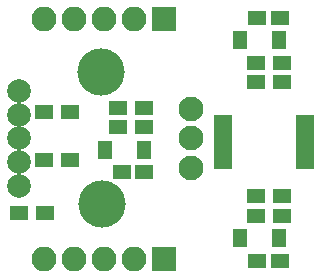
<source format=gbr>
G04 #@! TF.FileFunction,Soldermask,Bot*
%FSLAX46Y46*%
G04 Gerber Fmt 4.6, Leading zero omitted, Abs format (unit mm)*
G04 Created by KiCad (PCBNEW 4.0.6) date 11/25/17 14:25:30*
%MOMM*%
%LPD*%
G01*
G04 APERTURE LIST*
%ADD10C,0.100000*%
%ADD11R,1.300000X1.600000*%
%ADD12C,2.000000*%
%ADD13C,2.100000*%
%ADD14C,4.000000*%
%ADD15R,2.100000X2.100000*%
%ADD16O,2.100000X2.100000*%
%ADD17R,1.600000X0.800000*%
%ADD18R,1.600000X1.300000*%
%ADD19R,1.600000X1.150000*%
G04 APERTURE END LIST*
D10*
D11*
X113950600Y-103715400D03*
X117250600Y-103715400D03*
D12*
X106694600Y-100762900D03*
X106694600Y-104762900D03*
D13*
X121194600Y-102762900D03*
D14*
X113694600Y-108362900D03*
D13*
X121194600Y-105262900D03*
X121194600Y-100262900D03*
D12*
X106694600Y-102762900D03*
X106694600Y-98762900D03*
X106694600Y-106762900D03*
D14*
X113594600Y-97162900D03*
D15*
X118901600Y-92666400D03*
D16*
X116361600Y-92666400D03*
X113821600Y-92666400D03*
X111281600Y-92666400D03*
X108741600Y-92666400D03*
D17*
X123960600Y-105030400D03*
X123960600Y-104380400D03*
X123960600Y-103730400D03*
X123960600Y-103080400D03*
X123960600Y-102430400D03*
X123960600Y-101780400D03*
X123960600Y-101130400D03*
X130860600Y-101130400D03*
X130860600Y-101780400D03*
X130860600Y-102430400D03*
X130860600Y-103080400D03*
X130860600Y-103730400D03*
X130860600Y-104380400D03*
X130860600Y-105030400D03*
D18*
X126691600Y-96349400D03*
X128891600Y-96349400D03*
X126691600Y-98000400D03*
X128891600Y-98000400D03*
D19*
X128741600Y-92539400D03*
X126841600Y-92539400D03*
D11*
X128679600Y-94444400D03*
X125379600Y-94444400D03*
X128679600Y-111208400D03*
X125379600Y-111208400D03*
D18*
X126691600Y-109303400D03*
X128891600Y-109303400D03*
D19*
X128741600Y-113113400D03*
X126841600Y-113113400D03*
X115350600Y-105620400D03*
X117250600Y-105620400D03*
D18*
X126691600Y-107652400D03*
X128891600Y-107652400D03*
X115050600Y-101810400D03*
X117250600Y-101810400D03*
X115050600Y-100159400D03*
X117250600Y-100159400D03*
X110984600Y-100540400D03*
X108784600Y-100540400D03*
X110984600Y-104604400D03*
X108784600Y-104604400D03*
X108825600Y-109049400D03*
X106625600Y-109049400D03*
D15*
X118907570Y-112977492D03*
D16*
X116367570Y-112977492D03*
X113827570Y-112977492D03*
X111287570Y-112977492D03*
X108747570Y-112977492D03*
M02*

</source>
